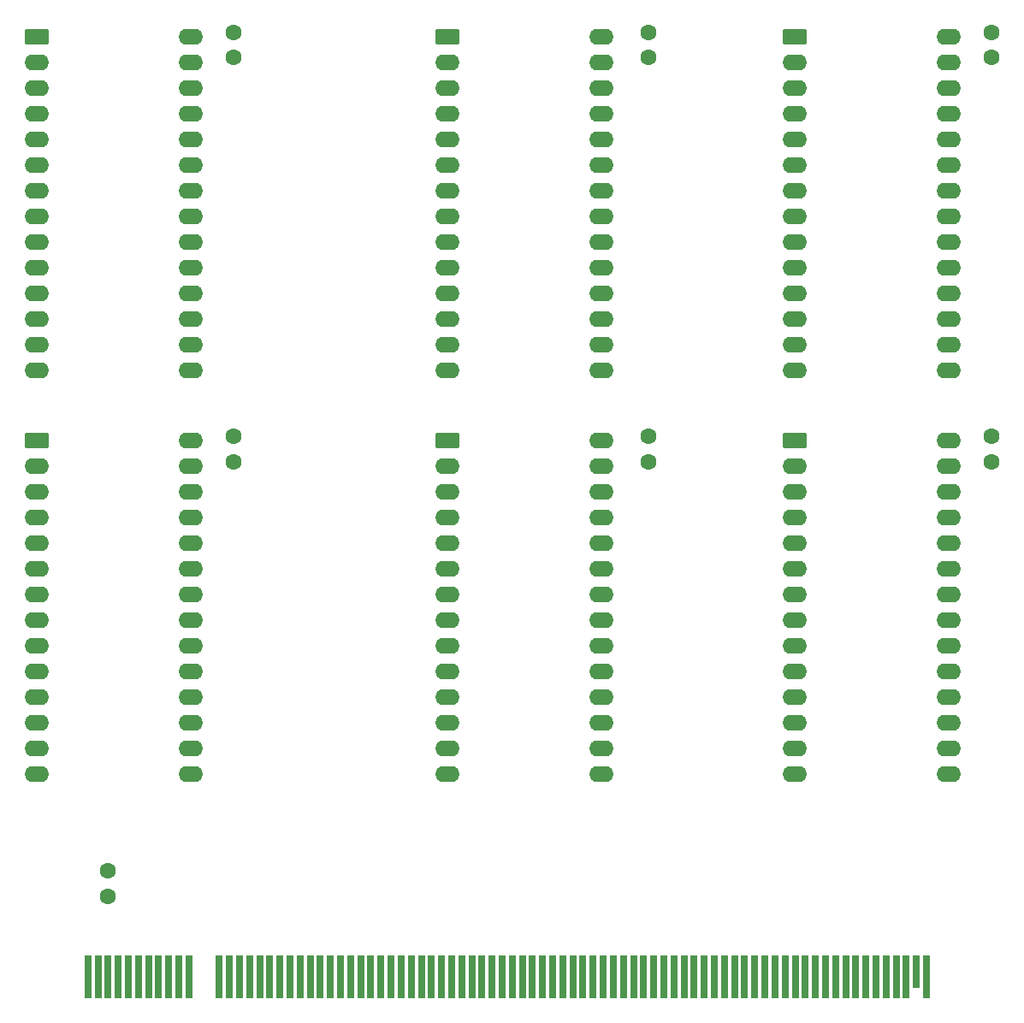
<source format=gbr>
%TF.GenerationSoftware,KiCad,Pcbnew,9.0.5*%
%TF.CreationDate,2025-11-19T18:14:37+02:00*%
%TF.ProjectId,core_3,636f7265-5f33-42e6-9b69-6361645f7063,rev?*%
%TF.SameCoordinates,Original*%
%TF.FileFunction,Soldermask,Top*%
%TF.FilePolarity,Negative*%
%FSLAX46Y46*%
G04 Gerber Fmt 4.6, Leading zero omitted, Abs format (unit mm)*
G04 Created by KiCad (PCBNEW 9.0.5) date 2025-11-19 18:14:37*
%MOMM*%
%LPD*%
G01*
G04 APERTURE LIST*
G04 Aperture macros list*
%AMRoundRect*
0 Rectangle with rounded corners*
0 $1 Rounding radius*
0 $2 $3 $4 $5 $6 $7 $8 $9 X,Y pos of 4 corners*
0 Add a 4 corners polygon primitive as box body*
4,1,4,$2,$3,$4,$5,$6,$7,$8,$9,$2,$3,0*
0 Add four circle primitives for the rounded corners*
1,1,$1+$1,$2,$3*
1,1,$1+$1,$4,$5*
1,1,$1+$1,$6,$7*
1,1,$1+$1,$8,$9*
0 Add four rect primitives between the rounded corners*
20,1,$1+$1,$2,$3,$4,$5,0*
20,1,$1+$1,$4,$5,$6,$7,0*
20,1,$1+$1,$6,$7,$8,$9,0*
20,1,$1+$1,$8,$9,$2,$3,0*%
G04 Aperture macros list end*
%ADD10RoundRect,0.250000X-0.950000X-0.550000X0.950000X-0.550000X0.950000X0.550000X-0.950000X0.550000X0*%
%ADD11O,2.400000X1.600000*%
%ADD12C,1.600000*%
%ADD13R,0.700000X4.300000*%
%ADD14R,0.700000X3.200000*%
G04 APERTURE END LIST*
D10*
%TO.C,TABLE4*%
X96620000Y-95920000D03*
D11*
X96620000Y-98460000D03*
X96620000Y-101000000D03*
X96620000Y-103540000D03*
X96620000Y-106080000D03*
X96620000Y-108620000D03*
X96620000Y-111160000D03*
X96620000Y-113700000D03*
X96620000Y-116240000D03*
X96620000Y-118780000D03*
X96620000Y-121320000D03*
X96620000Y-123860000D03*
X96620000Y-126400000D03*
X96620000Y-128940000D03*
X111860000Y-128940000D03*
X111860000Y-126400000D03*
X111860000Y-123860000D03*
X111860000Y-121320000D03*
X111860000Y-118780000D03*
X111860000Y-116240000D03*
X111860000Y-113700000D03*
X111860000Y-111160000D03*
X111860000Y-108620000D03*
X111860000Y-106080000D03*
X111860000Y-103540000D03*
X111860000Y-101000000D03*
X111860000Y-98460000D03*
X111860000Y-95920000D03*
%TD*%
D10*
%TO.C,TABLE5*%
X130932207Y-55920000D03*
D11*
X130932207Y-58460000D03*
X130932207Y-61000000D03*
X130932207Y-63540000D03*
X130932207Y-66080000D03*
X130932207Y-68620000D03*
X130932207Y-71160000D03*
X130932207Y-73700000D03*
X130932207Y-76240000D03*
X130932207Y-78780000D03*
X130932207Y-81320000D03*
X130932207Y-83860000D03*
X130932207Y-86400000D03*
X130932207Y-88940000D03*
X146172207Y-88940000D03*
X146172207Y-86400000D03*
X146172207Y-83860000D03*
X146172207Y-81320000D03*
X146172207Y-78780000D03*
X146172207Y-76240000D03*
X146172207Y-73700000D03*
X146172207Y-71160000D03*
X146172207Y-68620000D03*
X146172207Y-66080000D03*
X146172207Y-63540000D03*
X146172207Y-61000000D03*
X146172207Y-58460000D03*
X146172207Y-55920000D03*
%TD*%
D12*
%TO.C,C4*%
X116480000Y-95500000D03*
X116480000Y-98000000D03*
%TD*%
D10*
%TO.C,TABLE6*%
X130932207Y-95920000D03*
D11*
X130932207Y-98460000D03*
X130932207Y-101000000D03*
X130932207Y-103540000D03*
X130932207Y-106080000D03*
X130932207Y-108620000D03*
X130932207Y-111160000D03*
X130932207Y-113700000D03*
X130932207Y-116240000D03*
X130932207Y-118780000D03*
X130932207Y-121320000D03*
X130932207Y-123860000D03*
X130932207Y-126400000D03*
X130932207Y-128940000D03*
X146172207Y-128940000D03*
X146172207Y-126400000D03*
X146172207Y-123860000D03*
X146172207Y-121320000D03*
X146172207Y-118780000D03*
X146172207Y-116240000D03*
X146172207Y-113700000D03*
X146172207Y-111160000D03*
X146172207Y-108620000D03*
X146172207Y-106080000D03*
X146172207Y-103540000D03*
X146172207Y-101000000D03*
X146172207Y-98460000D03*
X146172207Y-95920000D03*
%TD*%
D12*
%TO.C,C5*%
X150412207Y-55500000D03*
X150412207Y-58000000D03*
%TD*%
D10*
%TO.C,TABLE1*%
X55913487Y-55920000D03*
D11*
X55913487Y-58460000D03*
X55913487Y-61000000D03*
X55913487Y-63540000D03*
X55913487Y-66080000D03*
X55913487Y-68620000D03*
X55913487Y-71160000D03*
X55913487Y-73700000D03*
X55913487Y-76240000D03*
X55913487Y-78780000D03*
X55913487Y-81320000D03*
X55913487Y-83860000D03*
X55913487Y-86400000D03*
X55913487Y-88940000D03*
X71153487Y-88940000D03*
X71153487Y-86400000D03*
X71153487Y-83860000D03*
X71153487Y-81320000D03*
X71153487Y-78780000D03*
X71153487Y-76240000D03*
X71153487Y-73700000D03*
X71153487Y-71160000D03*
X71153487Y-68620000D03*
X71153487Y-66080000D03*
X71153487Y-63540000D03*
X71153487Y-61000000D03*
X71153487Y-58460000D03*
X71153487Y-55920000D03*
%TD*%
D10*
%TO.C,TABLE3*%
X96620000Y-55920000D03*
D11*
X96620000Y-58460000D03*
X96620000Y-61000000D03*
X96620000Y-63540000D03*
X96620000Y-66080000D03*
X96620000Y-68620000D03*
X96620000Y-71160000D03*
X96620000Y-73700000D03*
X96620000Y-76240000D03*
X96620000Y-78780000D03*
X96620000Y-81320000D03*
X96620000Y-83860000D03*
X96620000Y-86400000D03*
X96620000Y-88940000D03*
X111860000Y-88940000D03*
X111860000Y-86400000D03*
X111860000Y-83860000D03*
X111860000Y-81320000D03*
X111860000Y-78780000D03*
X111860000Y-76240000D03*
X111860000Y-73700000D03*
X111860000Y-71160000D03*
X111860000Y-68620000D03*
X111860000Y-66080000D03*
X111860000Y-63540000D03*
X111860000Y-61000000D03*
X111860000Y-58460000D03*
X111860000Y-55920000D03*
%TD*%
D12*
%TO.C,C6*%
X150412207Y-95500000D03*
X150412207Y-98000000D03*
%TD*%
%TO.C,C7*%
X63000000Y-141000000D03*
X63000000Y-138500000D03*
%TD*%
D10*
%TO.C,TABLE2*%
X55913487Y-95920000D03*
D11*
X55913487Y-98460000D03*
X55913487Y-101000000D03*
X55913487Y-103540000D03*
X55913487Y-106080000D03*
X55913487Y-108620000D03*
X55913487Y-111160000D03*
X55913487Y-113700000D03*
X55913487Y-116240000D03*
X55913487Y-118780000D03*
X55913487Y-121320000D03*
X55913487Y-123860000D03*
X55913487Y-126400000D03*
X55913487Y-128940000D03*
X71153487Y-128940000D03*
X71153487Y-126400000D03*
X71153487Y-123860000D03*
X71153487Y-121320000D03*
X71153487Y-118780000D03*
X71153487Y-116240000D03*
X71153487Y-113700000D03*
X71153487Y-111160000D03*
X71153487Y-108620000D03*
X71153487Y-106080000D03*
X71153487Y-103540000D03*
X71153487Y-101000000D03*
X71153487Y-98460000D03*
X71153487Y-95920000D03*
%TD*%
D12*
%TO.C,C1*%
X75393487Y-55500000D03*
X75393487Y-58000000D03*
%TD*%
D13*
%TO.C,BC2*%
X61000000Y-149000000D03*
X62000000Y-149000000D03*
X63000000Y-149000000D03*
X64000000Y-149000000D03*
X65000000Y-149000000D03*
X66000000Y-149000000D03*
X67000000Y-149000000D03*
X68000000Y-149000000D03*
X69000000Y-149000000D03*
X70000000Y-149000000D03*
X71000000Y-149000000D03*
X74000000Y-149000000D03*
X75000000Y-149000000D03*
X76000000Y-149000000D03*
X77000000Y-149000000D03*
X78000000Y-149000000D03*
X79000000Y-149000000D03*
X80000000Y-149000000D03*
X81000000Y-149000000D03*
X82000000Y-149000000D03*
X83000000Y-149000000D03*
X84000000Y-149000000D03*
X85000000Y-149000000D03*
X86000000Y-149000000D03*
X87000000Y-149000000D03*
X88000000Y-149000000D03*
X89000000Y-149000000D03*
X90000000Y-149000000D03*
X91000000Y-149000000D03*
X92000000Y-149000000D03*
X93000000Y-149000000D03*
X94000000Y-149000000D03*
X95000000Y-149000000D03*
X96000000Y-149000000D03*
X97000000Y-149000000D03*
X98000000Y-149000000D03*
X99000000Y-149000000D03*
X100000000Y-149000000D03*
X101000000Y-149000000D03*
X102000000Y-149000000D03*
X103000000Y-149000000D03*
X104000000Y-149000000D03*
X105000000Y-149000000D03*
X106000000Y-149000000D03*
X107000000Y-149000000D03*
X108000000Y-149000000D03*
X109000000Y-149000000D03*
X110000000Y-149000000D03*
X111000000Y-149000000D03*
X112000000Y-149000000D03*
X113000000Y-149000000D03*
X114000000Y-149000000D03*
X115000000Y-149000000D03*
X116000000Y-149000000D03*
X117000000Y-149000000D03*
X118000000Y-149000000D03*
X119000000Y-149000000D03*
X120000000Y-149000000D03*
X121000000Y-149000000D03*
X122000000Y-149000000D03*
X123000000Y-149000000D03*
X124000000Y-149000000D03*
X125000000Y-149000000D03*
X126000000Y-149000000D03*
X127000000Y-149000000D03*
X128000000Y-149000000D03*
X129000000Y-149000000D03*
X130000000Y-149000000D03*
X131000000Y-149000000D03*
X132000000Y-149000000D03*
X133000000Y-149000000D03*
X134000000Y-149000000D03*
X135000000Y-149000000D03*
X136000000Y-149000000D03*
X137000000Y-149000000D03*
X138000000Y-149000000D03*
X139000000Y-149000000D03*
X140000000Y-149000000D03*
X141000000Y-149000000D03*
X142000000Y-149000000D03*
D14*
X143000000Y-148450000D03*
D13*
X144000000Y-149000000D03*
%TD*%
D12*
%TO.C,C2*%
X75393487Y-95500000D03*
X75393487Y-98000000D03*
%TD*%
%TO.C,C3*%
X116480000Y-55500000D03*
X116480000Y-58000000D03*
%TD*%
M02*

</source>
